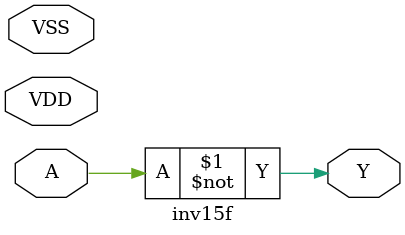
<source format=v>


module inv15f ( Y, VSS, VDD, A );

  input A;
  output Y;
  inout VDD;
  inout VSS;
  assign Y = ~A;
endmodule

</source>
